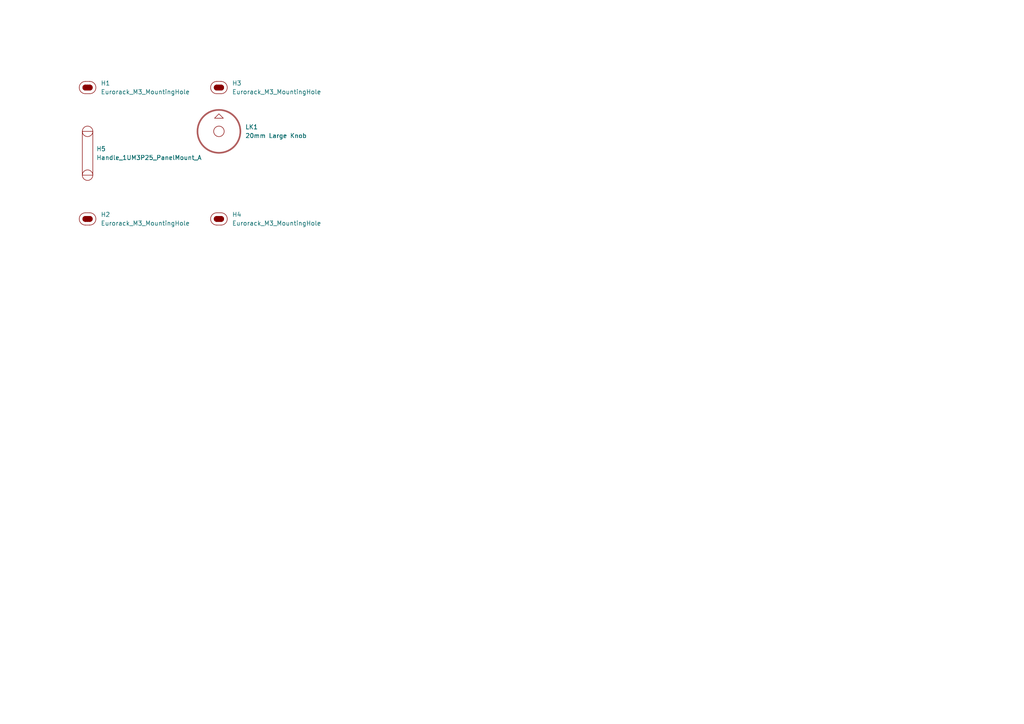
<source format=kicad_sch>
(kicad_sch (version 20250114) (generator "eeschema") (generator_version "9.0")
  (paper "A4")
  (lib_symbols
    (symbol "EXC:Eurorack_M3_MountingHole" (pin_names (offset 1.016))
      (property "Reference" "H" (at 0 5.08 0))
      (property "Value" "Eurorack_M3_MountingHole" (at 0 3.175 0))
      (symbol "Eurorack_M3_MountingHole_0_1"
        (polyline (pts (xy -0.635 0.762) (xy 0.635 0.762)))
        (circle (center -0.635 0) (radius 0.762) (fill (type outline)))
        (arc (start -0.635 -0.762) (mid -1.397 0) (end -0.635 0.762))
        (arc (start -0.635 -1.778) (mid -2.413 0) (end -0.635 1.778))
        (polyline (pts (xy -0.635 -0.762) (xy 0.635 -0.762)))
        (polyline (pts (xy -0.635 -1.778) (xy 0.635 -1.778)))
        (circle (center 0 0) (radius 0.762) (fill (type outline)))
        (polyline (pts (xy 0.635 1.778) (xy -0.635 1.778)))
        (arc (start 0.6141 1.778) (mid 2.4131 0) (end 0.6141 -1.778))
        (arc (start 0.6227 0.762) (mid 1.3971 0) (end 0.6227 -0.762))
        (circle (center 0.635 0) (radius 0.762) (fill (type outline)))
      )
    )
    (symbol "EXC:Handle_1UM3P25_A"
      (property "Reference" "H" (at 0 -6.35 0))
      (property "Value" "Handle_1UM3P25_PanelMount_A" (at 0.254 -17.018 0))
      (symbol "Handle_1UM3P25_A_0_1"
        (rectangle (start -1.524 0) (end 1.524 -12.7))
        (circle (center 0 0) (radius 1.524))
        (circle (center 0 -12.7) (radius 1.524))
      )
    )
    (symbol "EXC:Knob_Large_20mm"
      (property "Reference" "LK" (at 0 7.366 0))
      (property "Value" "20mm Large Knob" (at 0.254 -7.366 0))
      (symbol "Knob_Large_20mm_0_1"
        (polyline (pts (xy 0 5.08) (xy -1.27 3.81) (xy 1.27 3.81) (xy 0 5.08)) (fill (type color)))
        (circle (center 0 0) (radius 1.524))
        (circle (center 0 0) (radius 6.096))
        (circle (center 0 0) (radius 6.35))
      )
    )
  )
  (symbol (lib_id "EXC:Eurorack_M3_MountingHole") (at 63.5 63.5 0) (unit 1)
    (property "Reference" "H4" (at 67.31 62.2299 0) (effects (justify left)))
    (property "Value" "Eurorack_M3_MountingHole" (at 67.31 64.7699 0) (effects (justify left)))
    (property "Footprint" "EXC:MountingHole_3.2mm_M3" (effects (hide yes)))
    (property "Description" "Mounting Hole without connection" (effects (hide yes)))
  )
  (symbol (lib_id "EXC:Knob_Large_20mm") (at 63.5 38.1 0) (unit 1)
    (property "Reference" "LK1" (at 71.12 36.8299 0) (effects (justify left)))
    (property "Value" "20mm Large Knob" (at 71.12 39.3699 0) (effects (justify left)))
    (property "Footprint" "EXC:Knob_Large_20mm" (effects (hide yes)))
    (property "Datasheet" "https://cdn-shop.adafruit.com/product-files/5528/Datasheet.pdf" (effects (hide yes)))
    (property "Description" "8-way panel-mount Rotary Selector" (effects (hide yes)))
    (property "Source" "https://www.adafruit.com/product/5528" (effects (hide yes)))
  )
  (symbol (lib_id "EXC:Eurorack_M3_MountingHole") (at 25.4 63.5 0) (unit 1)
    (property "Reference" "H2" (at 29.21 62.2299 0) (effects (justify left)))
    (property "Value" "Eurorack_M3_MountingHole" (at 29.21 64.7699 0) (effects (justify left)))
    (property "Footprint" "EXC:MountingHole_3.2mm_M3" (effects (hide yes)))
    (property "Description" "Mounting Hole without connection" (effects (hide yes)))
  )
  (symbol (lib_id "EXC:Eurorack_M3_MountingHole") (at 25.4 25.4 0) (unit 1)
    (property "Reference" "H1" (at 29.21 24.1299 0) (effects (justify left)))
    (property "Value" "Eurorack_M3_MountingHole" (at 29.21 26.6699 0) (effects (justify left)))
    (property "Footprint" "EXC:MountingHole_3.2mm_M3" (effects (hide yes)))
    (property "Description" "Mounting Hole without connection" (effects (hide yes)))
  )
  (symbol (lib_id "EXC:Handle_1UM3P25_A") (at 25.4 38.1 0) (unit 1)
    (property "Reference" "H5" (at 27.94 43.1799 0) (effects (justify left)))
    (property "Value" "Handle_1UM3P25_PanelMount_A" (at 27.94 45.7199 0) (effects (justify left)))
    (property "Footprint" "EXC:Handle_1UM3P25_A" (effects (hide yes)))
    (property "Datasheet" "https://ae01.alicdn.com/kf/Sbc0cceeaa8fe4338b0ef3212e33d9ba8U.png" (effects (hide yes)))
    (property "Description" "The part of the 25mm handle that has the holes for the mounting screws" (effects (hide yes)))
    (property "Source" "https://www.aliexpress.com/item/1005007242440186.html" (effects (hide yes)))
  )
  (symbol (lib_id "EXC:Eurorack_M3_MountingHole") (at 63.5 25.4 0) (unit 1)
    (property "Reference" "H3" (at 67.31 24.1299 0) (effects (justify left)))
    (property "Value" "Eurorack_M3_MountingHole" (at 67.31 26.6699 0) (effects (justify left)))
    (property "Footprint" "EXC:MountingHole_3.2mm_M3" (effects (hide yes)))
    (property "Description" "Mounting Hole without connection" (effects (hide yes)))
  )
)
</source>
